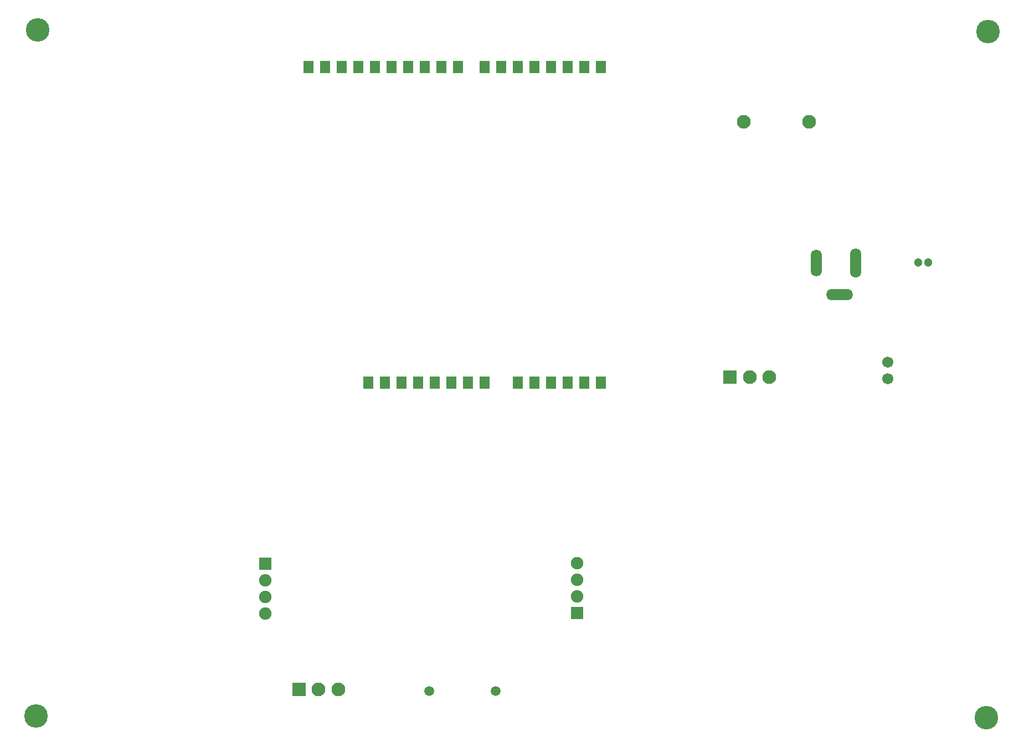
<source format=gbs>
G04 Layer: BottomSolderMaskLayer*
G04 EasyEDA v6.5.51, 2025-12-29 20:22:51*
G04 8c801f094042406f8d7acb605edc259c,d5e4be961509469492984ab41ac85589,10*
G04 Gerber Generator version 0.2*
G04 Scale: 100 percent, Rotated: No, Reflected: No *
G04 Dimensions in millimeters *
G04 leading zeros omitted , absolute positions ,4 integer and 5 decimal *
%FSLAX45Y45*%
%MOMM*%

%AMMACRO1*4,1,8,-1.0211,-1.0508,-1.0508,-1.0208,-1.0508,1.0211,-1.0211,1.0508,1.0208,1.0508,1.0508,1.0211,1.0508,-1.0208,1.0208,-1.0508,-1.0211,-1.0508,0*%
%AMMACRO2*4,1,8,-0.7323,-0.9041,-0.762,-0.8741,-0.762,0.8744,-0.7323,0.9041,0.732,0.9041,0.762,0.8744,0.762,-0.8741,0.732,-0.9041,-0.7323,-0.9041,0*%
%AMMACRO3*4,1,8,-0.7323,-0.9042,-0.762,-0.8743,-0.762,0.8745,-0.7323,0.9042,0.732,0.9042,0.762,0.8745,0.762,-0.8743,0.732,-0.9042,-0.7323,-0.9042,0*%
%AMMACRO4*4,1,8,-0.7322,-0.9042,-0.7619,-0.8743,-0.7619,0.8745,-0.7322,0.9042,0.7319,0.9042,0.7619,0.8745,0.7619,-0.8743,0.7319,-0.9042,-0.7322,-0.9042,0*%
%AMMACRO5*4,1,8,-0.7322,-0.9041,-0.7619,-0.8741,-0.7619,0.8744,-0.7322,0.9041,0.7319,0.9041,0.7619,0.8744,0.7619,-0.8741,0.7319,-0.9041,-0.7322,-0.9041,0*%
%AMMACRO6*4,1,8,-0.921,-0.9507,-0.9507,-0.9207,-0.9507,0.921,-0.921,0.9507,0.9207,0.9507,0.9507,0.921,0.9507,-0.9207,0.9207,-0.9507,-0.921,-0.9507,0*%
%ADD10C,1.3016*%
%ADD11C,2.1016*%
%ADD12MACRO1*%
%ADD13MACRO2*%
%ADD14MACRO3*%
%ADD15C,0.0135*%
%ADD16MACRO4*%
%ADD17MACRO5*%
%ADD18C,1.5016*%
%ADD19C,1.9016*%
%ADD20MACRO6*%
%ADD21C,1.7016*%
%ADD22O,1.700022X4.100017*%
%ADD23O,1.700022X4.500016*%
%ADD24O,4.100017X1.700022*%
%ADD25C,3.6000*%

%LPD*%
D10*
G01*
X16432606Y4800600D03*
G01*
X16282593Y4800600D03*
D11*
G01*
X14003299Y3048000D03*
G01*
X13703300Y3048000D03*
D12*
G01*
X13403300Y3048000D03*
D11*
G01*
X7411999Y-1727200D03*
G01*
X7112000Y-1727200D03*
D12*
G01*
X6812000Y-1727200D03*
D13*
G01*
X9245600Y7785087D03*
D14*
G01*
X8991600Y7785074D03*
G01*
X8737600Y7785074D03*
G01*
X8483600Y7785074D03*
G01*
X8229600Y7785074D03*
G01*
X7975600Y7785074D03*
G01*
X7721600Y7785074D03*
G01*
X7467600Y7785074D03*
G01*
X7213600Y7785074D03*
G01*
X6959600Y7785074D03*
D16*
G01*
X11429987Y7785074D03*
G01*
X11175987Y7785074D03*
G01*
X10921987Y7785074D03*
D17*
G01*
X10667987Y7785087D03*
G01*
X10413987Y7785087D03*
D13*
G01*
X10160000Y7785087D03*
G01*
X9906000Y7785087D03*
G01*
X9652000Y7785087D03*
D14*
G01*
X10160000Y2959100D03*
G01*
X10414000Y2959100D03*
G01*
X10668000Y2959100D03*
G01*
X10922000Y2959100D03*
G01*
X11176000Y2959100D03*
G01*
X11430000Y2959100D03*
G01*
X7874000Y2959100D03*
G01*
X8128000Y2959100D03*
G01*
X8382000Y2959100D03*
G01*
X8636000Y2959100D03*
G01*
X8890000Y2959100D03*
G01*
X9144000Y2959100D03*
G01*
X9398000Y2959100D03*
G01*
X9652000Y2959100D03*
D18*
G01*
X8799093Y-1752600D03*
G01*
X9819106Y-1752600D03*
D19*
G01*
X6299200Y-571500D03*
G01*
X6299200Y-317500D03*
G01*
X6299200Y-63500D03*
D20*
G01*
X6299200Y190500D03*
D19*
G01*
X11061700Y203200D03*
G01*
X11061700Y-50800D03*
G01*
X11061700Y-304800D03*
D20*
G01*
X11061700Y-558800D03*
D21*
G01*
X15811500Y3276749D03*
G01*
X15811500Y3022445D03*
D11*
G01*
X14609699Y6946900D03*
G01*
X13609700Y6946900D03*
D22*
G01*
X14724110Y4786599D03*
D23*
G01*
X15324109Y4786599D03*
D24*
G01*
X15074097Y4306590D03*
D25*
G01*
X17348200Y8331200D03*
G01*
X17322800Y-2159000D03*
G01*
X2794000Y-2133600D03*
G01*
X2819400Y8356600D03*
M02*

</source>
